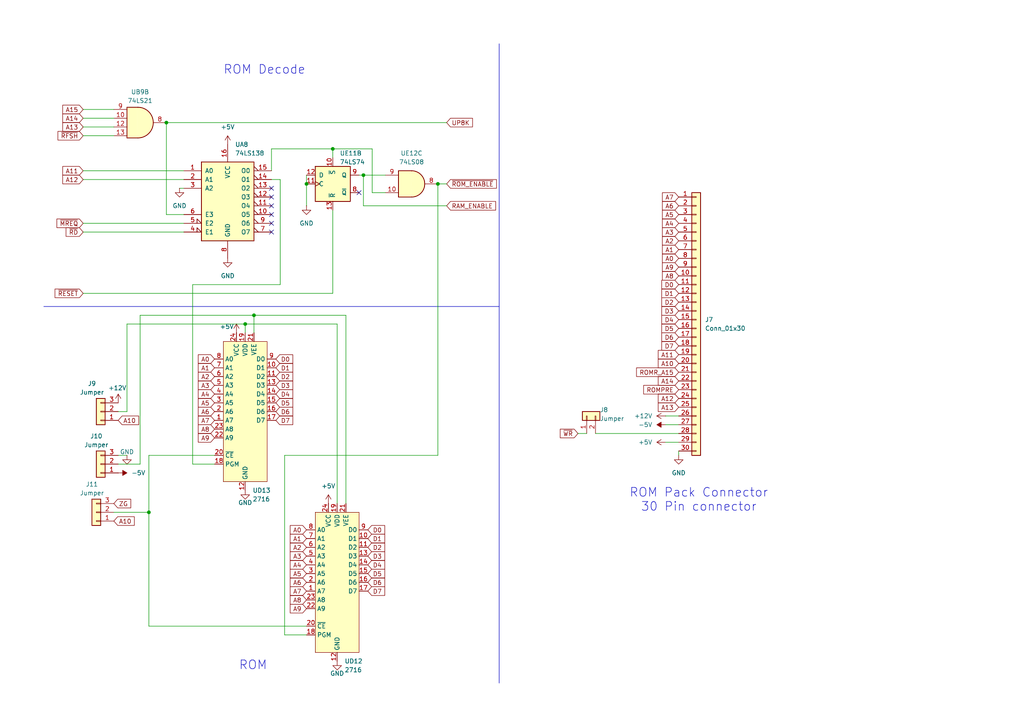
<source format=kicad_sch>
(kicad_sch (version 20250114) (generator "eeschema") (generator_version "9.0")
  (paper "A4")
  (lib_symbols
    (symbol "74xx:74LS08" (pin_names (offset 1.016))
      (property "Reference" "U" (at 0 1.27 0))
      (property "Value" "74LS08" (at 0 -1.27 0))
      (symbol "74LS08_1_1"
        (arc (start 0 3.81) (mid 3.7934 0) (end 0 -3.81) (stroke (width 0.254)) (fill (type background)))
        (polyline (pts (xy 0 3.81) (xy -3.81 3.81) (xy -3.81 -3.81) (xy 0 -3.81)) (stroke (width 0.254)) (fill (type background)))
        (pin input line (at -7.62 2.54 0) (length 3.81) (name "~") (number "1"))
        (pin input line (at -7.62 -2.54 0) (length 3.81) (name "~") (number "2"))
        (pin output line (at 7.62 0 180) (length 3.81) (name "~") (number "3"))
      )
      (symbol "74LS08_1_2"
        (arc (start -3.81 3.81) (mid -2.589 0) (end -3.81 -3.81) (stroke (width 0.254)))
        (polyline (pts (xy -3.81 3.81) (xy -0.635 3.81)) (stroke (width 0.254)) (fill (type background)))
        (polyline (pts (xy -3.81 -3.81) (xy -0.635 -3.81)) (stroke (width 0.254)) (fill (type background)))
        (arc (start 3.81 0) (mid 2.1855 -2.584) (end -0.6096 -3.81) (stroke (width 0.254)) (fill (type background)))
        (arc (start -0.6096 3.81) (mid 2.1928 2.5924) (end 3.81 0) (stroke (width 0.254)) (fill (type background)))
        (polyline (pts (xy -0.635 3.81) (xy -3.81 3.81) (xy -3.81 3.81) (xy -3.556 3.4036) (xy -3.0226 2.2606) (xy -2.6924 1.0414) (xy -2.6162 -0.254) (xy -2.7686 -1.4986) (xy -3.175 -2.7178) (xy -3.81 -3.81) (xy -3.81 -3.81) (xy -0.635 -3.81)) (stroke (width -25.4)) (fill (type background)))
        (pin input inverted (at -7.62 2.54 0) (length 4.318) (name "~") (number "1"))
        (pin input inverted (at -7.62 -2.54 0) (length 4.318) (name "~") (number "2"))
        (pin output inverted (at 7.62 0 180) (length 3.81) (name "~") (number "3"))
      )
      (symbol "74LS08_2_1"
        (arc (start 0 3.81) (mid 3.7934 0) (end 0 -3.81) (stroke (width 0.254)) (fill (type background)))
        (polyline (pts (xy 0 3.81) (xy -3.81 3.81) (xy -3.81 -3.81) (xy 0 -3.81)) (stroke (width 0.254)) (fill (type background)))
        (pin input line (at -7.62 2.54 0) (length 3.81) (name "~") (number "4"))
        (pin input line (at -7.62 -2.54 0) (length 3.81) (name "~") (number "5"))
        (pin output line (at 7.62 0 180) (length 3.81) (name "~") (number "6"))
      )
      (symbol "74LS08_2_2"
        (arc (start -3.81 3.81) (mid -2.589 0) (end -3.81 -3.81) (stroke (width 0.254)))
        (polyline (pts (xy -3.81 3.81) (xy -0.635 3.81)) (stroke (width 0.254)) (fill (type background)))
        (polyline (pts (xy -3.81 -3.81) (xy -0.635 -3.81)) (stroke (width 0.254)) (fill (type background)))
        (arc (start 3.81 0) (mid 2.1855 -2.584) (end -0.6096 -3.81) (stroke (width 0.254)) (fill (type background)))
        (arc (start -0.6096 3.81) (mid 2.1928 2.5924) (end 3.81 0) (stroke (width 0.254)) (fill (type background)))
        (polyline (pts (xy -0.635 3.81) (xy -3.81 3.81) (xy -3.81 3.81) (xy -3.556 3.4036) (xy -3.0226 2.2606) (xy -2.6924 1.0414) (xy -2.6162 -0.254) (xy -2.7686 -1.4986) (xy -3.175 -2.7178) (xy -3.81 -3.81) (xy -3.81 -3.81) (xy -0.635 -3.81)) (stroke (width -25.4)) (fill (type background)))
        (pin input inverted (at -7.62 2.54 0) (length 4.318) (name "~") (number "4"))
        (pin input inverted (at -7.62 -2.54 0) (length 4.318) (name "~") (number "5"))
        (pin output inverted (at 7.62 0 180) (length 3.81) (name "~") (number "6"))
      )
      (symbol "74LS08_3_1"
        (arc (start 0 3.81) (mid 3.7934 0) (end 0 -3.81) (stroke (width 0.254)) (fill (type background)))
        (polyline (pts (xy 0 3.81) (xy -3.81 3.81) (xy -3.81 -3.81) (xy 0 -3.81)) (stroke (width 0.254)) (fill (type background)))
        (pin input line (at -7.62 2.54 0) (length 3.81) (name "~") (number "9"))
        (pin input line (at -7.62 -2.54 0) (length 3.81) (name "~") (number "10"))
        (pin output line (at 7.62 0 180) (length 3.81) (name "~") (number "8"))
      )
      (symbol "74LS08_3_2"
        (arc (start -3.81 3.81) (mid -2.589 0) (end -3.81 -3.81) (stroke (width 0.254)))
        (polyline (pts (xy -3.81 3.81) (xy -0.635 3.81)) (stroke (width 0.254)) (fill (type background)))
        (polyline (pts (xy -3.81 -3.81) (xy -0.635 -3.81)) (stroke (width 0.254)) (fill (type background)))
        (arc (start 3.81 0) (mid 2.1855 -2.584) (end -0.6096 -3.81) (stroke (width 0.254)) (fill (type background)))
        (arc (start -0.6096 3.81) (mid 2.1928 2.5924) (end 3.81 0) (stroke (width 0.254)) (fill (type background)))
        (polyline (pts (xy -0.635 3.81) (xy -3.81 3.81) (xy -3.81 3.81) (xy -3.556 3.4036) (xy -3.0226 2.2606) (xy -2.6924 1.0414) (xy -2.6162 -0.254) (xy -2.7686 -1.4986) (xy -3.175 -2.7178) (xy -3.81 -3.81) (xy -3.81 -3.81) (xy -0.635 -3.81)) (stroke (width -25.4)) (fill (type background)))
        (pin input inverted (at -7.62 2.54 0) (length 4.318) (name "~") (number "9"))
        (pin input inverted (at -7.62 -2.54 0) (length 4.318) (name "~") (number "10"))
        (pin output inverted (at 7.62 0 180) (length 3.81) (name "~") (number "8"))
      )
      (symbol "74LS08_4_1"
        (arc (start 0 3.81) (mid 3.7934 0) (end 0 -3.81) (stroke (width 0.254)) (fill (type background)))
        (polyline (pts (xy 0 3.81) (xy -3.81 3.81) (xy -3.81 -3.81) (xy 0 -3.81)) (stroke (width 0.254)) (fill (type background)))
        (pin input line (at -7.62 2.54 0) (length 3.81) (name "~") (number "12"))
        (pin input line (at -7.62 -2.54 0) (length 3.81) (name "~") (number "13"))
        (pin output line (at 7.62 0 180) (length 3.81) (name "~") (number "11"))
      )
      (symbol "74LS08_4_2"
        (arc (start -3.81 3.81) (mid -2.589 0) (end -3.81 -3.81) (stroke (width 0.254)))
        (polyline (pts (xy -3.81 3.81) (xy -0.635 3.81)) (stroke (width 0.254)) (fill (type background)))
        (polyline (pts (xy -3.81 -3.81) (xy -0.635 -3.81)) (stroke (width 0.254)) (fill (type background)))
        (arc (start 3.81 0) (mid 2.1855 -2.584) (end -0.6096 -3.81) (stroke (width 0.254)) (fill (type background)))
        (arc (start -0.6096 3.81) (mid 2.1928 2.5924) (end 3.81 0) (stroke (width 0.254)) (fill (type background)))
        (polyline (pts (xy -0.635 3.81) (xy -3.81 3.81) (xy -3.81 3.81) (xy -3.556 3.4036) (xy -3.0226 2.2606) (xy -2.6924 1.0414) (xy -2.6162 -0.254) (xy -2.7686 -1.4986) (xy -3.175 -2.7178) (xy -3.81 -3.81) (xy -3.81 -3.81) (xy -0.635 -3.81)) (stroke (width -25.4)) (fill (type background)))
        (pin input inverted (at -7.62 2.54 0) (length 4.318) (name "~") (number "12"))
        (pin input inverted (at -7.62 -2.54 0) (length 4.318) (name "~") (number "13"))
        (pin output inverted (at 7.62 0 180) (length 3.81) (name "~") (number "11"))
      )
      (symbol "74LS08_5_0"
        (pin power_in line (at 0 12.7 270) (length 5.08) (name "VCC") (number "14"))
        (pin power_in line (at 0 -12.7 90) (length 5.08) (name "GND") (number "7"))
      )
      (symbol "74LS08_5_1"
        (rectangle (start -5.08 7.62) (end 5.08 -7.62) (stroke (width 0.254)) (fill (type background)))
      )
    )
    (symbol "74xx:74LS138" (pin_names (offset 1.016))
      (property "Reference" "U" (at -7.62 11.43 0))
      (property "Value" "74LS138" (at -7.62 -13.97 0))
      (symbol "74LS138_1_0"
        (pin input line (at -12.7 7.62 0) (length 5.08) (name "A0") (number "1"))
        (pin input line (at -12.7 5.08 0) (length 5.08) (name "A1") (number "2"))
        (pin input line (at -12.7 2.54 0) (length 5.08) (name "A2") (number "3"))
        (pin input line (at -12.7 -5.08 0) (length 5.08) (name "E3") (number "6"))
        (pin input input_low (at -12.7 -7.62 0) (length 5.08) (name "E2") (number "5"))
        (pin input input_low (at -12.7 -10.16 0) (length 5.08) (name "E1") (number "4"))
        (pin power_in line (at 0 15.24 270) (length 5.08) (name "VCC") (number "16"))
        (pin power_in line (at 0 -17.78 90) (length 5.08) (name "GND") (number "8"))
        (pin output output_low (at 12.7 7.62 180) (length 5.08) (name "O0") (number "15"))
        (pin output output_low (at 12.7 5.08 180) (length 5.08) (name "O1") (number "14"))
        (pin output output_low (at 12.7 2.54 180) (length 5.08) (name "O2") (number "13"))
        (pin output output_low (at 12.7 0 180) (length 5.08) (name "O3") (number "12"))
        (pin output output_low (at 12.7 -2.54 180) (length 5.08) (name "O4") (number "11"))
        (pin output output_low (at 12.7 -5.08 180) (length 5.08) (name "O5") (number "10"))
        (pin output output_low (at 12.7 -7.62 180) (length 5.08) (name "O6") (number "9"))
        (pin output output_low (at 12.7 -10.16 180) (length 5.08) (name "O7") (number "7"))
      )
      (symbol "74LS138_1_1"
        (rectangle (start -7.62 10.16) (end 7.62 -12.7) (stroke (width 0.254)) (fill (type background)))
      )
    )
    (symbol "74xx:74LS21" (pin_names (offset 1.016))
      (property "Reference" "U" (at 0 1.27 0))
      (property "Value" "74LS21" (at 0 -1.27 0))
      (symbol "74LS21_1_1"
        (arc (start -0.635 4.445) (mid 3.7907 0) (end -0.635 -4.445) (stroke (width 0.254)) (fill (type background)))
        (polyline (pts (xy -0.635 4.445) (xy -3.81 4.445) (xy -3.81 -4.445) (xy -0.635 -4.445)) (stroke (width 0.254)) (fill (type background)))
        (pin input line (at -7.62 3.81 0) (length 3.81) (name "~") (number "1"))
        (pin input line (at -7.62 1.27 0) (length 3.81) (name "~") (number "2"))
        (pin input line (at -7.62 -1.27 0) (length 3.81) (name "~") (number "4"))
        (pin input line (at -7.62 -3.81 0) (length 3.81) (name "~") (number "5"))
        (pin output line (at 7.62 0 180) (length 3.81) (name "~") (number "6"))
      )
      (symbol "74LS21_1_2"
        (arc (start -3.81 4.445) (mid -2.5908 0) (end -3.81 -4.445) (stroke (width 0.254)))
        (polyline (pts (xy -3.81 4.445) (xy -0.635 4.445)) (stroke (width 0.254)) (fill (type background)))
        (polyline (pts (xy -3.81 -4.445) (xy -0.635 -4.445)) (stroke (width 0.254)) (fill (type background)))
        (arc (start -0.6096 4.445) (mid 2.2198 2.8385) (end 3.81 0) (stroke (width 0.254)) (fill (type background)))
        (arc (start 3.81 0) (mid 2.224 -2.8428) (end -0.6096 -4.445) (stroke (width 0.254)) (fill (type background)))
        (polyline (pts (xy -0.635 4.445) (xy -3.81 4.445) (xy -3.81 4.445) (xy -3.6322 4.0894) (xy -3.0988 2.921) (xy -2.7686 1.6764) (xy -2.6162 0.4318) (xy -2.6416 -0.8636) (xy -2.8702 -2.1082) (xy -3.2512 -3.3274) (xy -3.81 -4.445) (xy -3.81 -4.445) (xy -0.635 -4.445)) (stroke (width -25.4)) (fill (type background)))
        (pin input inverted (at -7.62 3.81 0) (length 3.81) (name "~") (number "1"))
        (pin input inverted (at -7.62 1.27 0) (length 4.826) (name "~") (number "2"))
        (pin input inverted (at -7.62 -1.27 0) (length 4.826) (name "~") (number "4"))
        (pin input inverted (at -7.62 -3.81 0) (length 3.81) (name "~") (number "5"))
        (pin output inverted (at 7.62 0 180) (length 3.81) (name "~") (number "6"))
      )
      (symbol "74LS21_2_1"
        (arc (start -0.635 4.445) (mid 3.7907 0) (end -0.635 -4.445) (stroke (width 0.254)) (fill (type background)))
        (polyline (pts (xy -0.635 4.445) (xy -3.81 4.445) (xy -3.81 -4.445) (xy -0.635 -4.445)) (stroke (width 0.254)) (fill (type background)))
        (pin input line (at -7.62 3.81 0) (length 3.81) (name "~") (number "9"))
        (pin input line (at -7.62 1.27 0) (length 3.81) (name "~") (number "10"))
        (pin input line (at -7.62 -1.27 0) (length 3.81) (name "~") (number "12"))
        (pin input line (at -7.62 -3.81 0) (length 3.81) (name "~") (number "13"))
        (pin output line (at 7.62 0 180) (length 3.81) (name "~") (number "8"))
      )
      (symbol "74LS21_2_2"
        (arc (start -3.81 4.445) (mid -2.5908 0) (end -3.81 -4.445) (stroke (width 0.254)))
        (polyline (pts (xy -3.81 4.445) (xy -0.635 4.445)) (stroke (width 0.254)) (fill (type background)))
        (polyline (pts (xy -3.81 -4.445) (xy -0.635 -4.445)) (stroke (width 0.254)) (fill (type background)))
        (arc (start -0.6096 4.445) (mid 2.2198 2.8385) (end 3.81 0) (stroke (width 0.254)) (fill (type background)))
        (arc (start 3.81 0) (mid 2.224 -2.8428) (end -0.6096 -4.445) (stroke (width 0.254)) (fill (type background)))
        (polyline (pts (xy -0.635 4.445) (xy -3.81 4.445) (xy -3.81 4.445) (xy -3.6322 4.0894) (xy -3.0988 2.921) (xy -2.7686 1.6764) (xy -2.6162 0.4318) (xy -2.6416 -0.8636) (xy -2.8702 -2.1082) (xy -3.2512 -3.3274) (xy -3.81 -4.445) (xy -3.81 -4.445) (xy -0.635 -4.445)) (stroke (width -25.4)) (fill (type background)))
        (pin input inverted (at -7.62 3.81 0) (length 3.81) (name "~") (number "9"))
        (pin input inverted (at -7.62 1.27 0) (length 4.826) (name "~") (number "10"))
        (pin input inverted (at -7.62 -1.27 0) (length 4.826) (name "~") (number "12"))
        (pin input inverted (at -7.62 -3.81 0) (length 3.81) (name "~") (number "13"))
        (pin output inverted (at 7.62 0 180) (length 3.81) (name "~") (number "8"))
      )
      (symbol "74LS21_3_0"
        (pin power_in line (at 0 12.7 270) (length 5.08) (name "VCC") (number "14"))
        (pin power_in line (at 0 -12.7 90) (length 5.08) (name "GND") (number "7"))
      )
      (symbol "74LS21_3_1"
        (rectangle (start -5.08 7.62) (end 5.08 -7.62) (stroke (width 0.254)) (fill (type background)))
      )
    )
    (symbol "74xx:74LS74" (pin_names (offset 1.016))
      (property "Reference" "U" (at -7.62 8.89 0))
      (property "Value" "74LS74" (at -7.62 -8.89 0))
      (symbol "74LS74_1_0"
        (pin input line (at -7.62 2.54 0) (length 2.54) (name "D") (number "2"))
        (pin input clock (at -7.62 0 0) (length 2.54) (name "C") (number "3"))
        (pin input line (at 0 7.62 270) (length 2.54) (name "~{S}") (number "4"))
        (pin input line (at 0 -7.62 90) (length 2.54) (name "~{R}") (number "1"))
        (pin output line (at 7.62 2.54 180) (length 2.54) (name "Q") (number "5"))
        (pin output line (at 7.62 -2.54 180) (length 2.54) (name "~{Q}") (number "6"))
      )
      (symbol "74LS74_1_1"
        (rectangle (start -5.08 5.08) (end 5.08 -5.08) (stroke (width 0.254)) (fill (type background)))
      )
      (symbol "74LS74_2_0"
        (pin input line (at -7.62 2.54 0) (length 2.54) (name "D") (number "12"))
        (pin input clock (at -7.62 0 0) (length 2.54) (name "C") (number "11"))
        (pin input line (at 0 7.62 270) (length 2.54) (name "~{S}") (number "10"))
        (pin input line (at 0 -7.62 90) (length 2.54) (name "~{R}") (number "13"))
        (pin output line (at 7.62 2.54 180) (length 2.54) (name "Q") (number "9"))
        (pin output line (at 7.62 -2.54 180) (length 2.54) (name "~{Q}") (number "8"))
      )
      (symbol "74LS74_2_1"
        (rectangle (start -5.08 5.08) (end 5.08 -5.08) (stroke (width 0.254)) (fill (type background)))
      )
      (symbol "74LS74_3_0"
        (pin power_in line (at 0 10.16 270) (length 2.54) (name "VCC") (number "14"))
        (pin power_in line (at 0 -10.16 90) (length 2.54) (name "GND") (number "7"))
      )
      (symbol "74LS74_3_1"
        (rectangle (start -5.08 7.62) (end 5.08 -7.62) (stroke (width 0.254)) (fill (type background)))
      )
    )
    (symbol "Connector_Generic:Conn_01x02" (pin_names (offset 1.016) (hide yes))
      (property "Reference" "J" (at 0 2.54 0))
      (property "Value" "Conn_01x02" (at 0 -5.08 0))
      (symbol "Conn_01x02_1_1"
        (rectangle (start -1.27 1.27) (end 1.27 -3.81) (stroke (width 0.254)) (fill (type background)))
        (rectangle (start -1.27 0.127) (end 0 -0.127) (stroke (width 0.1524)))
        (rectangle (start -1.27 -2.413) (end 0 -2.667) (stroke (width 0.1524)))
        (pin passive line (at -5.08 0 0) (length 3.81) (name "Pin_1") (number "1"))
        (pin passive line (at -5.08 -2.54 0) (length 3.81) (name "Pin_2") (number "2"))
      )
    )
    (symbol "Connector_Generic:Conn_01x03" (pin_names (offset 1.016) (hide yes))
      (property "Reference" "J" (at 0 5.08 0))
      (property "Value" "Conn_01x03" (at 0 -5.08 0))
      (symbol "Conn_01x03_1_1"
        (rectangle (start -1.27 3.81) (end 1.27 -3.81) (stroke (width 0.254)) (fill (type background)))
        (rectangle (start -1.27 2.667) (end 0 2.413) (stroke (width 0.1524)))
        (rectangle (start -1.27 0.127) (end 0 -0.127) (stroke (width 0.1524)))
        (rectangle (start -1.27 -2.413) (end 0 -2.667) (stroke (width 0.1524)))
        (pin passive line (at -5.08 2.54 0) (length 3.81) (name "Pin_1") (number "1"))
        (pin passive line (at -5.08 0 0) (length 3.81) (name "Pin_2") (number "2"))
        (pin passive line (at -5.08 -2.54 0) (length 3.81) (name "Pin_3") (number "3"))
      )
    )
    (symbol "Connector_Generic:Conn_01x30" (pin_names (offset 1.016) (hide yes))
      (property "Reference" "J" (at 0 38.1 0))
      (property "Value" "Conn_01x30" (at 0 -40.64 0))
      (symbol "Conn_01x30_1_1"
        (rectangle (start -1.27 36.83) (end 1.27 -39.37) (stroke (width 0.254)) (fill (type background)))
        (rectangle (start -1.27 35.687) (end 0 35.433) (stroke (width 0.1524)))
        (rectangle (start -1.27 33.147) (end 0 32.893) (stroke (width 0.1524)))
        (rectangle (start -1.27 30.607) (end 0 30.353) (stroke (width 0.1524)))
        (rectangle (start -1.27 28.067) (end 0 27.813) (stroke (width 0.1524)))
        (rectangle (start -1.27 25.527) (end 0 25.273) (stroke (width 0.1524)))
        (rectangle (start -1.27 22.987) (end 0 22.733) (stroke (width 0.1524)))
        (rectangle (start -1.27 20.447) (end 0 20.193) (stroke (width 0.1524)))
        (rectangle (start -1.27 17.907) (end 0 17.653) (stroke (width 0.1524)))
        (rectangle (start -1.27 15.367) (end 0 15.113) (stroke (width 0.1524)))
        (rectangle (start -1.27 12.827) (end 0 12.573) (stroke (width 0.1524)))
        (rectangle (start -1.27 10.287) (end 0 10.033) (stroke (width 0.1524)))
        (rectangle (start -1.27 7.747) (end 0 7.493) (stroke (width 0.1524)))
        (rectangle (start -1.27 5.207) (end 0 4.953) (stroke (width 0.1524)))
        (rectangle (start -1.27 2.667) (end 0 2.413) (stroke (width 0.1524)))
        (rectangle (start -1.27 0.127) (end 0 -0.127) (stroke (width 0.1524)))
        (rectangle (start -1.27 -2.413) (end 0 -2.667) (stroke (width 0.1524)))
        (rectangle (start -1.27 -4.953) (end 0 -5.207) (stroke (width 0.1524)))
        (rectangle (start -1.27 -7.493) (end 0 -7.747) (stroke (width 0.1524)))
        (rectangle (start -1.27 -10.033) (end 0 -10.287) (stroke (width 0.1524)))
        (rectangle (start -1.27 -12.573) (end 0 -12.827) (stroke (width 0.1524)))
        (rectangle (start -1.27 -15.113) (end 0 -15.367) (stroke (width 0.1524)))
        (rectangle (start -1.27 -17.653) (end 0 -17.907) (stroke (width 0.1524)))
        (rectangle (start -1.27 -20.193) (end 0 -20.447) (stroke (width 0.1524)))
        (rectangle (start -1.27 -22.733) (end 0 -22.987) (stroke (width 0.1524)))
        (rectangle (start -1.27 -25.273) (end 0 -25.527) (stroke (width 0.1524)))
        (rectangle (start -1.27 -27.813) (end 0 -28.067) (stroke (width 0.1524)))
        (rectangle (start -1.27 -30.353) (end 0 -30.607) (stroke (width 0.1524)))
        (rectangle (start -1.27 -32.893) (end 0 -33.147) (stroke (width 0.1524)))
        (rectangle (start -1.27 -35.433) (end 0 -35.687) (stroke (width 0.1524)))
        (rectangle (start -1.27 -37.973) (end 0 -38.227) (stroke (width 0.1524)))
        (pin passive line (at -5.08 35.56 0) (length 3.81) (name "Pin_1") (number "1"))
        (pin passive line (at -5.08 33.02 0) (length 3.81) (name "Pin_2") (number "2"))
        (pin passive line (at -5.08 30.48 0) (length 3.81) (name "Pin_3") (number "3"))
        (pin passive line (at -5.08 27.94 0) (length 3.81) (name "Pin_4") (number "4"))
        (pin passive line (at -5.08 25.4 0) (length 3.81) (name "Pin_5") (number "5"))
        (pin passive line (at -5.08 22.86 0) (length 3.81) (name "Pin_6") (number "6"))
        (pin passive line (at -5.08 20.32 0) (length 3.81) (name "Pin_7") (number "7"))
        (pin passive line (at -5.08 17.78 0) (length 3.81) (name "Pin_8") (number "8"))
        (pin passive line (at -5.08 15.24 0) (length 3.81) (name "Pin_9") (number "9"))
        (pin passive line (at -5.08 12.7 0) (length 3.81) (name "Pin_10") (number "10"))
        (pin passive line (at -5.08 10.16 0) (length 3.81) (name "Pin_11") (number "11"))
        (pin passive line (at -5.08 7.62 0) (length 3.81) (name "Pin_12") (number "12"))
        (pin passive line (at -5.08 5.08 0) (length 3.81) (name "Pin_13") (number "13"))
        (pin passive line (at -5.08 2.54 0) (length 3.81) (name "Pin_14") (number "14"))
        (pin passive line (at -5.08 0 0) (length 3.81) (name "Pin_15") (number "15"))
        (pin passive line (at -5.08 -2.54 0) (length 3.81) (name "Pin_16") (number "16"))
        (pin passive line (at -5.08 -5.08 0) (length 3.81) (name "Pin_17") (number "17"))
        (pin passive line (at -5.08 -7.62 0) (length 3.81) (name "Pin_18") (number "18"))
        (pin passive line (at -5.08 -10.16 0) (length 3.81) (name "Pin_19") (number "19"))
        (pin passive line (at -5.08 -12.7 0) (length 3.81) (name "Pin_20") (number "20"))
        (pin passive line (at -5.08 -15.24 0) (length 3.81) (name "Pin_21") (number "21"))
        (pin passive line (at -5.08 -17.78 0) (length 3.81) (name "Pin_22") (number "22"))
        (pin passive line (at -5.08 -20.32 0) (length 3.81) (name "Pin_23") (number "23"))
        (pin passive line (at -5.08 -22.86 0) (length 3.81) (name "Pin_24") (number "24"))
        (pin passive line (at -5.08 -25.4 0) (length 3.81) (name "Pin_25") (number "25"))
        (pin passive line (at -5.08 -27.94 0) (length 3.81) (name "Pin_26") (number "26"))
        (pin passive line (at -5.08 -30.48 0) (length 3.81) (name "Pin_27") (number "27"))
        (pin passive line (at -5.08 -33.02 0) (length 3.81) (name "Pin_28") (number "28"))
        (pin passive line (at -5.08 -35.56 0) (length 3.81) (name "Pin_29") (number "29"))
        (pin passive line (at -5.08 -38.1 0) (length 3.81) (name "Pin_30") (number "30"))
      )
    )
    (symbol "TholinsStuff:2716"
      (property "Reference" "U" (at 0 0 0))
      (property "Value" "2716" (at 0 0 0))
      (symbol "2716_0_0"
        (pin input line (at -8.89 -10.16 0) (length 2.54) (name "A0") (number "8"))
        (pin input line (at -8.89 -12.7 0) (length 2.54) (name "A1") (number "7"))
        (pin input line (at -8.89 -15.24 0) (length 2.54) (name "A2") (number "6"))
        (pin input line (at -8.89 -17.78 0) (length 2.54) (name "A3") (number "5"))
        (pin input line (at -8.89 -20.32 0) (length 2.54) (name "A4") (number "4"))
        (pin input line (at -8.89 -22.86 0) (length 2.54) (name "A5") (number "3"))
        (pin input line (at -8.89 -25.4 0) (length 2.54) (name "A6") (number "2"))
        (pin input line (at -8.89 -27.94 0) (length 2.54) (name "A7") (number "1"))
        (pin input line (at -8.89 -30.48 0) (length 2.54) (name "A8") (number "23"))
        (pin input line (at -8.89 -33.02 0) (length 2.54) (name "A9") (number "22"))
        (pin input line (at -8.89 -38.1 0) (length 2.54) (name "~{CE}") (number "20"))
        (pin input line (at -8.89 -40.64 0) (length 2.54) (name "PGM") (number "18"))
        (pin power_in line (at -2.54 -2.54 270) (length 2.54) (name "VCC") (number "24"))
        (pin power_in line (at 0 -2.54 270) (length 2.54) (name "VDD") (number "19"))
        (pin power_in line (at 0 -48.26 90) (length 2.54) (name "GND") (number "12"))
        (pin power_in line (at 2.54 -2.54 270) (length 2.54) (name "VEE") (number "21"))
        (pin tri_state line (at 8.89 -10.16 180) (length 2.54) (name "D0") (number "9"))
        (pin tri_state line (at 8.89 -12.7 180) (length 2.54) (name "D1") (number "10"))
        (pin tri_state line (at 8.89 -15.24 180) (length 2.54) (name "D2") (number "11"))
        (pin tri_state line (at 8.89 -17.78 180) (length 2.54) (name "D3") (number "13"))
        (pin tri_state line (at 8.89 -20.32 180) (length 2.54) (name "D4") (number "14"))
        (pin tri_state line (at 8.89 -22.86 180) (length 2.54) (name "D5") (number "15"))
        (pin tri_state line (at 8.89 -25.4 180) (length 2.54) (name "D6") (number "16"))
        (pin tri_state line (at 8.89 -27.94 180) (length 2.54) (name "D7") (number "17"))
      )
      (symbol "2716_1_1"
        (rectangle (start -6.35 -5.08) (end 6.35 -45.72) (fill (type background)))
      )
    )
    (symbol "power:+12V" (power) (pin_numbers (hide yes)) (pin_names (offset 0) (hide yes))
      (property "Value" "+12V" (at 0 3.556 0))
      (symbol "+12V_0_1"
        (polyline (pts (xy -0.762 1.27) (xy 0 2.54)))
        (polyline (pts (xy 0 2.54) (xy 0.762 1.27)))
        (polyline (pts (xy 0 0) (xy 0 2.54)))
      )
      (symbol "+12V_1_1"
        (pin power_in line (at 0 0 90) (length 0) (name "~") (number "1"))
      )
    )
    (symbol "power:+5V" (power) (pin_numbers (hide yes)) (pin_names (offset 0) (hide yes))
      (property "Value" "+5V" (at 0 3.556 0))
      (symbol "+5V_0_1"
        (polyline (pts (xy -0.762 1.27) (xy 0 2.54)))
        (polyline (pts (xy 0 2.54) (xy 0.762 1.27)))
        (polyline (pts (xy 0 0) (xy 0 2.54)))
      )
      (symbol "+5V_1_1"
        (pin power_in line (at 0 0 90) (length 0) (name "~") (number "1"))
      )
    )
    (symbol "power:-5V" (power) (pin_numbers (hide yes)) (pin_names (offset 0) (hide yes))
      (property "Value" "-5V" (at 0 3.556 0))
      (symbol "-5V_0_0"
        (pin power_in line (at 0 0 90) (length 0) (name "~") (number "1"))
      )
      (symbol "-5V_0_1"
        (polyline (pts (xy 0 0) (xy 0 1.27) (xy 0.762 1.27) (xy 0 2.54) (xy -0.762 1.27) (xy 0 1.27)) (fill (type outline)))
      )
    )
    (symbol "power:GND" (power) (pin_numbers (hide yes)) (pin_names (offset 0) (hide yes))
      (property "Value" "GND" (at 0 -3.81 0))
      (symbol "GND_0_1"
        (polyline (pts (xy 0 0) (xy 0 -1.27) (xy 1.27 -1.27) (xy 0 -2.54) (xy -1.27 -1.27) (xy 0 -1.27)))
      )
      (symbol "GND_1_1"
        (pin power_in line (at 0 0 270) (length 0) (name "~") (number "1"))
      )
    )
  )
  (text "ROM" (at 73.406 193.04 0) (effects (font (size 2.54 2.54))))
  (text "ROM Decode" (at 76.708 20.32 0) (effects (font (size 2.54 2.54))))
  (text "ROM Pack Connector\n30 Pin connector" (at 202.692 145.034 0) (effects (font (size 2.54 2.54))))
  (junction (at 71.12 93.98))
  (junction (at 127 53.34))
  (junction (at 96.52 43.18))
  (junction (at 105.41 50.8))
  (junction (at 43.18 148.59))
  (junction (at 88.9 53.34))
  (junction (at 48.26 35.56))
  (junction (at 73.66 91.44))
  (no_connect (at 78.74 64.77))
  (no_connect (at 78.74 67.31))
  (no_connect (at 78.74 62.23))
  (no_connect (at 78.74 59.69))
  (no_connect (at 78.74 57.15))
  (no_connect (at 78.74 54.61))
  (no_connect (at 104.14 55.88))
  (wire (pts (xy 62.23 134.62) (xy 55.88 134.62)))
  (wire (pts (xy 78.74 43.18) (xy 96.52 43.18)))
  (wire (pts (xy 88.9 181.61) (xy 43.18 181.61)))
  (wire (pts (xy 129.54 59.69) (xy 105.41 59.69)))
  (wire (pts (xy 24.13 49.53) (xy 53.34 49.53)))
  (wire (pts (xy 73.66 91.44) (xy 73.66 96.52)))
  (wire (pts (xy 96.52 85.09) (xy 96.52 60.96)))
  (wire (pts (xy 43.18 132.08) (xy 43.18 148.59)))
  (wire (pts (xy 196.85 130.81) (xy 196.85 132.08)))
  (wire (pts (xy 40.64 91.44) (xy 40.64 134.62)))
  (wire (pts (xy 71.12 93.98) (xy 71.12 96.52)))
  (wire (pts (xy 107.95 43.18) (xy 96.52 43.18)))
  (wire (pts (xy 24.13 36.83) (xy 33.02 36.83)))
  (wire (pts (xy 43.18 181.61) (xy 43.18 148.59)))
  (wire (pts (xy 97.79 93.98) (xy 71.12 93.98)))
  (wire (pts (xy 36.83 93.98) (xy 36.83 119.38)))
  (wire (pts (xy 24.13 39.37) (xy 33.02 39.37)))
  (wire (pts (xy 24.13 85.09) (xy 96.52 85.09)))
  (wire (pts (xy 55.88 134.62) (xy 55.88 82.55)))
  (wire (pts (xy 48.26 35.56) (xy 129.54 35.56)))
  (wire (pts (xy 88.9 184.15) (xy 82.55 184.15)))
  (wire (pts (xy 24.13 34.29) (xy 33.02 34.29)))
  (wire (pts (xy 78.74 49.53) (xy 78.74 43.18)))
  (wire (pts (xy 104.14 50.8) (xy 105.41 50.8)))
  (wire (pts (xy 193.04 128.27) (xy 196.85 128.27)))
  (wire (pts (xy 40.64 134.62) (xy 34.29 134.62)))
  (wire (pts (xy 24.13 64.77) (xy 53.34 64.77)))
  (wire (pts (xy 127 53.34) (xy 129.54 53.34)))
  (wire (pts (xy 167.64 125.73) (xy 170.18 125.73)))
  (wire (pts (xy 88.9 53.34) (xy 88.9 59.69)))
  (wire (pts (xy 73.66 91.44) (xy 40.64 91.44)))
  (wire (pts (xy 24.13 52.07) (xy 53.34 52.07)))
  (wire (pts (xy 71.12 93.98) (xy 36.83 93.98)))
  (wire (pts (xy 52.07 54.61) (xy 53.34 54.61)))
  (wire (pts (xy 24.13 31.75) (xy 33.02 31.75)))
  (wire (pts (xy 100.33 91.44) (xy 73.66 91.44)))
  (wire (pts (xy 55.88 82.55) (xy 81.28 82.55)))
  (wire (pts (xy 34.29 132.08) (xy 36.83 132.08)))
  (polyline (pts (xy 144.78 12.7) (xy 144.78 198.12)))
  (wire (pts (xy 111.76 55.88) (xy 107.95 55.88)))
  (wire (pts (xy 43.18 148.59) (xy 33.02 148.59)))
  (wire (pts (xy 97.79 146.05) (xy 97.79 93.98)))
  (wire (pts (xy 82.55 132.08) (xy 127 132.08)))
  (wire (pts (xy 82.55 184.15) (xy 82.55 132.08)))
  (wire (pts (xy 127 132.08) (xy 127 53.34)))
  (wire (pts (xy 107.95 55.88) (xy 107.95 43.18)))
  (wire (pts (xy 105.41 59.69) (xy 105.41 50.8)))
  (wire (pts (xy 96.52 43.18) (xy 96.52 45.72)))
  (wire (pts (xy 36.83 119.38) (xy 34.29 119.38)))
  (wire (pts (xy 88.9 50.8) (xy 88.9 53.34)))
  (wire (pts (xy 53.34 62.23) (xy 48.26 62.23)))
  (wire (pts (xy 172.72 125.73) (xy 196.85 125.73)))
  (wire (pts (xy 105.41 50.8) (xy 111.76 50.8)))
  (wire (pts (xy 24.13 67.31) (xy 53.34 67.31)))
  (wire (pts (xy 193.04 120.65) (xy 196.85 120.65)))
  (wire (pts (xy 100.33 146.05) (xy 100.33 91.44)))
  (wire (pts (xy 81.28 52.07) (xy 78.74 52.07)))
  (wire (pts (xy 193.04 123.19) (xy 196.85 123.19)))
  (polyline (pts (xy 12.7 88.9) (xy 144.78 88.9)))
  (wire (pts (xy 48.26 62.23) (xy 48.26 35.56)))
  (wire (pts (xy 62.23 132.08) (xy 43.18 132.08)))
  (wire (pts (xy 81.28 82.55) (xy 81.28 52.07)))
  (global_label "A7" (shape input) (at 88.9 171.45 180) (property "Intersheetrefs" "${INTERSHEET_REFS}" (effects (hide yes))))
  (global_label "D4" (shape input) (at 196.85 92.71 180) (property "Intersheetrefs" "${INTERSHEET_REFS}" (effects (hide yes))))
  (global_label "A1" (shape input) (at 88.9 156.21 180) (property "Intersheetrefs" "${INTERSHEET_REFS}" (effects (hide yes))))
  (global_label "A2" (shape input) (at 62.23 109.22 180) (property "Intersheetrefs" "${INTERSHEET_REFS}" (effects (hide yes))))
  (global_label "A5" (shape input) (at 88.9 166.37 180) (property "Intersheetrefs" "${INTERSHEET_REFS}" (effects (hide yes))))
  (global_label "A6" (shape input) (at 196.85 59.69 180) (property "Intersheetrefs" "${INTERSHEET_REFS}" (effects (hide yes))))
  (global_label "A9" (shape input) (at 196.85 77.47 180) (property "Intersheetrefs" "${INTERSHEET_REFS}" (effects (hide yes))))
  (global_label "A13" (shape input) (at 24.13 36.83 180) (property "Intersheetrefs" "${INTERSHEET_REFS}" (effects (hide yes))))
  (global_label "A4" (shape input) (at 196.85 64.77 180) (property "Intersheetrefs" "${INTERSHEET_REFS}" (effects (hide yes))))
  (global_label "A8" (shape input) (at 62.23 124.46 180) (property "Intersheetrefs" "${INTERSHEET_REFS}" (effects (hide yes))))
  (global_label "ZG" (shape input) (at 33.02 146.05 0) (property "Intersheetrefs" "${INTERSHEET_REFS}" (effects (hide yes))))
  (global_label "A8" (shape input) (at 88.9 173.99 180) (property "Intersheetrefs" "${INTERSHEET_REFS}" (effects (hide yes))))
  (global_label "A15" (shape input) (at 24.13 31.75 180) (property "Intersheetrefs" "${INTERSHEET_REFS}" (effects (hide yes))))
  (global_label "D1" (shape input) (at 196.85 85.09 180) (property "Intersheetrefs" "${INTERSHEET_REFS}" (effects (hide yes))))
  (global_label "D0" (shape input) (at 80.01 104.14 0) (property "Intersheetrefs" "${INTERSHEET_REFS}" (effects (hide yes))))
  (global_label "~{WR}" (shape input) (at 167.64 125.73 180) (property "Intersheetrefs" "${INTERSHEET_REFS}" (effects (hide yes))))
  (global_label "D0" (shape input) (at 196.85 82.55 180) (property "Intersheetrefs" "${INTERSHEET_REFS}" (effects (hide yes))))
  (global_label "A13" (shape input) (at 196.85 118.11 180) (property "Intersheetrefs" "${INTERSHEET_REFS}" (effects (hide yes))))
  (global_label "D4" (shape input) (at 106.68 163.83 0) (property "Intersheetrefs" "${INTERSHEET_REFS}" (effects (hide yes))))
  (global_label "A0" (shape input) (at 88.9 153.67 180) (property "Intersheetrefs" "${INTERSHEET_REFS}" (effects (hide yes))))
  (global_label "A11" (shape input) (at 196.85 102.87 180) (property "Intersheetrefs" "${INTERSHEET_REFS}" (effects (hide yes))))
  (global_label "A8" (shape input) (at 196.85 80.01 180) (property "Intersheetrefs" "${INTERSHEET_REFS}" (effects (hide yes))))
  (global_label "A7" (shape input) (at 196.85 57.15 180) (property "Intersheetrefs" "${INTERSHEET_REFS}" (effects (hide yes))))
  (global_label "UP8K" (shape input) (at 129.54 35.56 0) (property "Intersheetrefs" "${INTERSHEET_REFS}" (effects (hide yes))))
  (global_label "A4" (shape input) (at 88.9 163.83 180) (property "Intersheetrefs" "${INTERSHEET_REFS}" (effects (hide yes))))
  (global_label "A2" (shape input) (at 196.85 69.85 180) (property "Intersheetrefs" "${INTERSHEET_REFS}" (effects (hide yes))))
  (global_label "A11" (shape input) (at 24.13 49.53 180) (property "Intersheetrefs" "${INTERSHEET_REFS}" (effects (hide yes))))
  (global_label "A3" (shape input) (at 62.23 111.76 180) (property "Intersheetrefs" "${INTERSHEET_REFS}" (effects (hide yes))))
  (global_label "A0" (shape input) (at 196.85 74.93 180) (property "Intersheetrefs" "${INTERSHEET_REFS}" (effects (hide yes))))
  (global_label "D6" (shape input) (at 196.85 97.79 180) (property "Intersheetrefs" "${INTERSHEET_REFS}" (effects (hide yes))))
  (global_label "D7" (shape input) (at 196.85 100.33 180) (property "Intersheetrefs" "${INTERSHEET_REFS}" (effects (hide yes))))
  (global_label "A7" (shape input) (at 62.23 121.92 180) (property "Intersheetrefs" "${INTERSHEET_REFS}" (effects (hide yes))))
  (global_label "ROMR_A15" (shape input) (at 196.85 107.95 180) (property "Intersheetrefs" "${INTERSHEET_REFS}" (effects (hide yes))))
  (global_label "A1" (shape input) (at 196.85 72.39 180) (property "Intersheetrefs" "${INTERSHEET_REFS}" (effects (hide yes))))
  (global_label "D7" (shape input) (at 80.01 121.92 0) (property "Intersheetrefs" "${INTERSHEET_REFS}" (effects (hide yes))))
  (global_label "D3" (shape input) (at 196.85 90.17 180) (property "Intersheetrefs" "${INTERSHEET_REFS}" (effects (hide yes))))
  (global_label "D6" (shape input) (at 80.01 119.38 0) (property "Intersheetrefs" "${INTERSHEET_REFS}" (effects (hide yes))))
  (global_label "A3" (shape input) (at 196.85 67.31 180) (property "Intersheetrefs" "${INTERSHEET_REFS}" (effects (hide yes))))
  (global_label "A4" (shape input) (at 62.23 114.3 180) (property "Intersheetrefs" "${INTERSHEET_REFS}" (effects (hide yes))))
  (global_label "A12" (shape input) (at 24.13 52.07 180) (property "Intersheetrefs" "${INTERSHEET_REFS}" (effects (hide yes))))
  (global_label "~{MREQ}" (shape input) (at 24.13 64.77 180) (property "Intersheetrefs" "${INTERSHEET_REFS}" (effects (hide yes))))
  (global_label "A0" (shape input) (at 62.23 104.14 180) (property "Intersheetrefs" "${INTERSHEET_REFS}" (effects (hide yes))))
  (global_label "RAM_ENABLE" (shape input) (at 129.54 59.69 0) (property "Intersheetrefs" "${INTERSHEET_REFS}" (effects (hide yes))))
  (global_label "A12" (shape input) (at 196.85 115.57 180) (property "Intersheetrefs" "${INTERSHEET_REFS}" (effects (hide yes))))
  (global_label "D0" (shape input) (at 106.68 153.67 0) (property "Intersheetrefs" "${INTERSHEET_REFS}" (effects (hide yes))))
  (global_label "D5" (shape input) (at 106.68 166.37 0) (property "Intersheetrefs" "${INTERSHEET_REFS}" (effects (hide yes))))
  (global_label "~{RFSH}" (shape input) (at 24.13 39.37 180) (property "Intersheetrefs" "${INTERSHEET_REFS}" (effects (hide yes))))
  (global_label "D6" (shape input) (at 106.68 168.91 0) (property "Intersheetrefs" "${INTERSHEET_REFS}" (effects (hide yes))))
  (global_label "A9" (shape input) (at 62.23 127 180) (property "Intersheetrefs" "${INTERSHEET_REFS}" (effects (hide yes))))
  (global_label "A9" (shape input) (at 88.9 176.53 180) (property "Intersheetrefs" "${INTERSHEET_REFS}" (effects (hide yes))))
  (global_label "D2" (shape input) (at 106.68 158.75 0) (property "Intersheetrefs" "${INTERSHEET_REFS}" (effects (hide yes))))
  (global_label "D3" (shape input) (at 106.68 161.29 0) (property "Intersheetrefs" "${INTERSHEET_REFS}" (effects (hide yes))))
  (global_label "D2" (shape input) (at 80.01 109.22 0) (property "Intersheetrefs" "${INTERSHEET_REFS}" (effects (hide yes))))
  (global_label "A5" (shape input) (at 62.23 116.84 180) (property "Intersheetrefs" "${INTERSHEET_REFS}" (effects (hide yes))))
  (global_label "D3" (shape input) (at 80.01 111.76 0) (property "Intersheetrefs" "${INTERSHEET_REFS}" (effects (hide yes))))
  (global_label "D5" (shape input) (at 196.85 95.25 180) (property "Intersheetrefs" "${INTERSHEET_REFS}" (effects (hide yes))))
  (global_label "~{RESET}" (shape input) (at 24.13 85.09 180) (property "Intersheetrefs" "${INTERSHEET_REFS}" (effects (hide yes))))
  (global_label "~{RD}" (shape input) (at 24.13 67.31 180) (property "Intersheetrefs" "${INTERSHEET_REFS}" (effects (hide yes))))
  (global_label "A10" (shape input) (at 34.29 121.92 0) (property "Intersheetrefs" "${INTERSHEET_REFS}" (effects (hide yes))))
  (global_label "D2" (shape input) (at 196.85 87.63 180) (property "Intersheetrefs" "${INTERSHEET_REFS}" (effects (hide yes))))
  (global_label "D5" (shape input) (at 80.01 116.84 0) (property "Intersheetrefs" "${INTERSHEET_REFS}" (effects (hide yes))))
  (global_label "A1" (shape input) (at 62.23 106.68 180) (property "Intersheetrefs" "${INTERSHEET_REFS}" (effects (hide yes))))
  (global_label "ROMPRE" (shape input) (at 196.85 113.03 180) (property "Intersheetrefs" "${INTERSHEET_REFS}" (effects (hide yes))))
  (global_label "D4" (shape input) (at 80.01 114.3 0) (property "Intersheetrefs" "${INTERSHEET_REFS}" (effects (hide yes))))
  (global_label "A10" (shape input) (at 33.02 151.13 0) (property "Intersheetrefs" "${INTERSHEET_REFS}" (effects (hide yes))))
  (global_label "D1" (shape input) (at 80.01 106.68 0) (property "Intersheetrefs" "${INTERSHEET_REFS}" (effects (hide yes))))
  (global_label "A6" (shape input) (at 88.9 168.91 180) (property "Intersheetrefs" "${INTERSHEET_REFS}" (effects (hide yes))))
  (global_label "~{ROM_ENABLE}" (shape input) (at 129.54 53.34 0) (property "Intersheetrefs" "${INTERSHEET_REFS}" (effects (hide yes))))
  (global_label "A14" (shape input) (at 196.85 110.49 180) (property "Intersheetrefs" "${INTERSHEET_REFS}" (effects (hide yes))))
  (global_label "A6" (shape input) (at 62.23 119.38 180) (property "Intersheetrefs" "${INTERSHEET_REFS}" (effects (hide yes))))
  (global_label "A14" (shape input) (at 24.13 34.29 180) (property "Intersheetrefs" "${INTERSHEET_REFS}" (effects (hide yes))))
  (global_label "A3" (shape input) (at 88.9 161.29 180) (property "Intersheetrefs" "${INTERSHEET_REFS}" (effects (hide yes))))
  (global_label "A2" (shape input) (at 88.9 158.75 180) (property "Intersheetrefs" "${INTERSHEET_REFS}" (effects (hide yes))))
  (global_label "A10" (shape input) (at 196.85 105.41 180) (property "Intersheetrefs" "${INTERSHEET_REFS}" (effects (hide yes))))
  (global_label "D1" (shape input) (at 106.68 156.21 0) (property "Intersheetrefs" "${INTERSHEET_REFS}" (effects (hide yes))))
  (global_label "D7" (shape input) (at 106.68 171.45 0) (property "Intersheetrefs" "${INTERSHEET_REFS}" (effects (hide yes))))
  (global_label "A5" (shape input) (at 196.85 62.23 180) (property "Intersheetrefs" "${INTERSHEET_REFS}" (effects (hide yes))))
  (symbol (lib_id "power:-5V") (at 193.04 123.19 90) (unit 1)
    (property "Reference" "#PWR0216" (effects (hide yes)))
    (property "Value" "-5V" (at 189.23 123.1899 90) (effects (justify left)))
    (property "Description" "Power symbol creates a global label with name \"-5V\"" (effects (hide yes)))
  )
  (symbol (lib_id "Connector_Generic:Conn_01x03") (at 29.21 119.38 180) (unit 1)
    (property "Reference" "J9" (at 26.67 111.252 0))
    (property "Value" "Jumper" (at 26.67 113.792 0))
    (property "Footprint" "Connector_PinHeader_2.54mm:PinHeader_1x03_P2.54mm_Vertical" (effects (hide yes)))
    (property "Description" "Generic connector, single row, 01x03, script generated (kicad-library-utils/schlib/autogen/connector/)" (effects (hide yes)))
  )
  (symbol (lib_id "74xx:74LS138") (at 66.04 57.15 0) (unit 1)
    (property "Reference" "UA8" (at 68.1833 41.91 0) (effects (justify left)))
    (property "Value" "74LS138" (at 68.1833 44.45 0) (effects (justify left)))
    (property "Footprint" "Package_DIP:DIP-16_W7.62mm" (effects (hide yes)))
    (property "Datasheet" "http://www.ti.com/lit/gpn/sn74LS138" (effects (hide yes)))
    (property "Description" "Decoder 3 to 8 active low outputs" (effects (hide yes)))
  )
  (symbol (lib_id "power:+12V") (at 193.04 120.65 90) (unit 1)
    (property "Reference" "#PWR0213" (effects (hide yes)))
    (property "Value" "+12V" (at 189.23 120.6499 90) (effects (justify left)))
    (property "Description" "Power symbol creates a global label with name \"+12V\"" (effects (hide yes)))
  )
  (symbol (lib_id "power:GND") (at 52.07 54.61 0) (unit 1)
    (property "Reference" "#PWR0219" (effects (hide yes)))
    (property "Value" "GND" (at 52.07 59.69 0))
    (property "Description" "Power symbol creates a global label with name \"GND\" , ground" (effects (hide yes)))
  )
  (symbol (lib_id "Connector_Generic:Conn_01x02") (at 170.18 120.65 90) (unit 1)
    (property "Reference" "J8" (at 173.99 118.872 90) (effects (justify right)))
    (property "Value" "Jumper" (at 173.99 121.412 90) (effects (justify right)))
    (property "Footprint" "Connector_PinHeader_2.54mm:PinHeader_1x02_P2.54mm_Vertical" (effects (hide yes)))
    (property "Description" "Generic connector, single row, 01x02, script generated (kicad-library-utils/schlib/autogen/connector/)" (effects (hide yes)))
  )
  (symbol (lib_id "power:+5V") (at 68.58 96.52 0) (unit 1)
    (property "Reference" "#PWR0225" (effects (hide yes)))
    (property "Value" "+5V" (at 65.786 94.742 0))
    (property "Description" "Power symbol creates a global label with name \"+5V\"" (effects (hide yes)))
  )
  (symbol (lib_id "power:+5V") (at 66.04 41.91 0) (unit 1)
    (property "Reference" "#PWR0217" (effects (hide yes)))
    (property "Value" "+5V" (at 66.04 36.83 0))
    (property "Description" "Power symbol creates a global label with name \"+5V\"" (effects (hide yes)))
  )
  (symbol (lib_id "74xx:74LS21") (at 40.64 35.56 0) (unit 2)
    (property "Reference" "UB9" (at 40.6303 26.67 0))
    (property "Value" "74LS21" (at 40.6303 29.21 0))
    (property "Footprint" "Package_DIP:DIP-14_W7.62mm" (effects (hide yes)))
    (property "Datasheet" "http://www.ti.com/lit/gpn/sn74LS21" (effects (hide yes)))
    (property "Description" "Dual 4-input AND" (effects (hide yes)))
  )
  (symbol (lib_id "power:GND") (at 71.12 142.24 0) (unit 1)
    (property "Reference" "#PWR0223" (effects (hide yes)))
    (property "Value" "GND" (at 71.12 145.796 0))
    (property "Description" "Power symbol creates a global label with name \"GND\" , ground" (effects (hide yes)))
  )
  (symbol (lib_id "Connector_Generic:Conn_01x30") (at 201.93 92.71 0) (unit 1)
    (property "Reference" "J7" (at 204.47 92.7099 0) (effects (justify left)))
    (property "Value" "Conn_01x30" (at 204.47 95.2499 0) (effects (justify left)))
    (property "Description" "Generic connector, single row, 01x30, script generated (kicad-library-utils/schlib/autogen/connector/)" (effects (hide yes)))
  )
  (symbol (lib_id "TholinsStuff:2716") (at 97.79 143.51 0) (unit 1)
    (property "Reference" "UD12" (at 99.9333 191.77 0) (effects (justify left)))
    (property "Value" "2716" (at 99.9333 194.31 0) (effects (justify left)))
    (property "Footprint" "Package_DIP:DIP-24_W15.24mm" (effects (hide yes)))
  )
  (symbol (lib_id "power:GND") (at 36.83 132.08 0) (unit 1)
    (property "Reference" "#PWR0228" (effects (hide yes)))
    (property "Value" "GND" (at 36.83 131.064 0))
    (property "Description" "Power symbol creates a global label with name \"GND\" , ground" (effects (hide yes)))
  )
  (symbol (lib_id "power:GND") (at 88.9 59.69 0) (unit 1)
    (property "Reference" "#PWR0220" (effects (hide yes)))
    (property "Value" "GND" (at 88.9 64.77 0))
    (property "Description" "Power symbol creates a global label with name \"GND\" , ground" (effects (hide yes)))
  )
  (symbol (lib_id "TholinsStuff:2716") (at 71.12 93.98 0) (unit 1)
    (property "Reference" "UD13" (at 73.2633 142.24 0) (effects (justify left)))
    (property "Value" "2716" (at 73.2633 144.78 0) (effects (justify left)))
    (property "Footprint" "Package_DIP:DIP-24_W15.24mm" (effects (hide yes)))
  )
  (symbol (lib_id "74xx:74LS74") (at 96.52 53.34 0) (unit 2)
    (property "Reference" "UE11" (at 98.552 44.45 0) (effects (justify left)))
    (property "Value" "74LS74" (at 98.552 46.99 0) (effects (justify left)))
    (property "Datasheet" "74xx/74hc_hct74.pdf" (effects (hide yes)))
    (property "Description" "Dual D Flip-flop, Set & Reset" (effects (hide yes)))
  )
  (symbol (lib_id "power:GND") (at 196.85 132.08 0) (unit 1)
    (property "Reference" "#PWR0215" (effects (hide yes)))
    (property "Value" "GND" (at 196.85 137.16 0))
    (property "Description" "Power symbol creates a global label with name \"GND\" , ground" (effects (hide yes)))
  )
  (symbol (lib_id "power:-5V") (at 34.29 137.16 270) (unit 1)
    (property "Reference" "#PWR0229" (effects (hide yes)))
    (property "Value" "-5V" (at 38.1 137.1599 90) (effects (justify left)))
    (property "Description" "Power symbol creates a global label with name \"-5V\"" (effects (hide yes)))
  )
  (symbol (lib_id "74xx:74LS08") (at 119.38 53.34 0) (unit 3)
    (property "Reference" "UE12" (at 119.3717 44.45 0))
    (property "Value" "74LS08" (at 119.3717 46.99 0))
    (property "Footprint" "Package_DIP:DIP-14_W7.62mm" (effects (hide yes)))
    (property "Datasheet" "http://www.ti.com/lit/gpn/sn74LS08" (effects (hide yes)))
    (property "Description" "Quad And2" (effects (hide yes)))
  )
  (symbol (lib_id "Connector_Generic:Conn_01x03") (at 27.94 148.59 180) (unit 1)
    (property "Reference" "J11" (at 26.67 140.462 0))
    (property "Value" "Jumper" (at 26.67 143.002 0))
    (property "Footprint" "Connector_PinHeader_2.54mm:PinHeader_1x03_P2.54mm_Vertical" (effects (hide yes)))
    (property "Description" "Generic connector, single row, 01x03, script generated (kicad-library-utils/schlib/autogen/connector/)" (effects (hide yes)))
  )
  (symbol (lib_id "power:GND") (at 66.04 74.93 0) (unit 1)
    (property "Reference" "#PWR0218" (effects (hide yes)))
    (property "Value" "GND" (at 66.04 80.01 0))
    (property "Description" "Power symbol creates a global label with name \"GND\" , ground" (effects (hide yes)))
  )
  (symbol (lib_id "power:+12V") (at 34.29 116.84 0) (unit 1)
    (property "Reference" "#PWR0227" (effects (hide yes)))
    (property "Value" "+12V" (at 34.036 112.522 0))
    (property "Description" "Power symbol creates a global label with name \"+12V\"" (effects (hide yes)))
  )
  (symbol (lib_id "power:+5V") (at 95.25 146.05 0) (unit 1)
    (property "Reference" "#PWR0226" (effects (hide yes)))
    (property "Value" "+5V" (at 95.25 140.97 0))
    (property "Description" "Power symbol creates a global label with name \"+5V\"" (effects (hide yes)))
  )
  (symbol (lib_id "power:GND") (at 97.79 191.77 0) (unit 1)
    (property "Reference" "#PWR0224" (effects (hide yes)))
    (property "Value" "GND" (at 97.79 195.326 0))
    (property "Description" "Power symbol creates a global label with name \"GND\" , ground" (effects (hide yes)))
  )
  (symbol (lib_id "power:+5V") (at 193.04 128.27 90) (unit 1)
    (property "Reference" "#PWR0214" (effects (hide yes)))
    (property "Value" "+5V" (at 189.23 128.2699 90) (effects (justify left)))
    (property "Description" "Power symbol creates a global label with name \"+5V\"" (effects (hide yes)))
  )
  (symbol (lib_id "Connector_Generic:Conn_01x03") (at 29.21 134.62 180) (unit 1)
    (property "Reference" "J10" (at 27.94 126.492 0))
    (property "Value" "Jumper" (at 27.94 129.032 0))
    (property "Footprint" "Connector_PinHeader_2.54mm:PinHeader_1x03_P2.54mm_Vertical" (effects (hide yes)))
    (property "Description" "Generic connector, single row, 01x03, script generated (kicad-library-utils/schlib/autogen/connector/)" (effects (hide yes)))
  )
)
</source>
